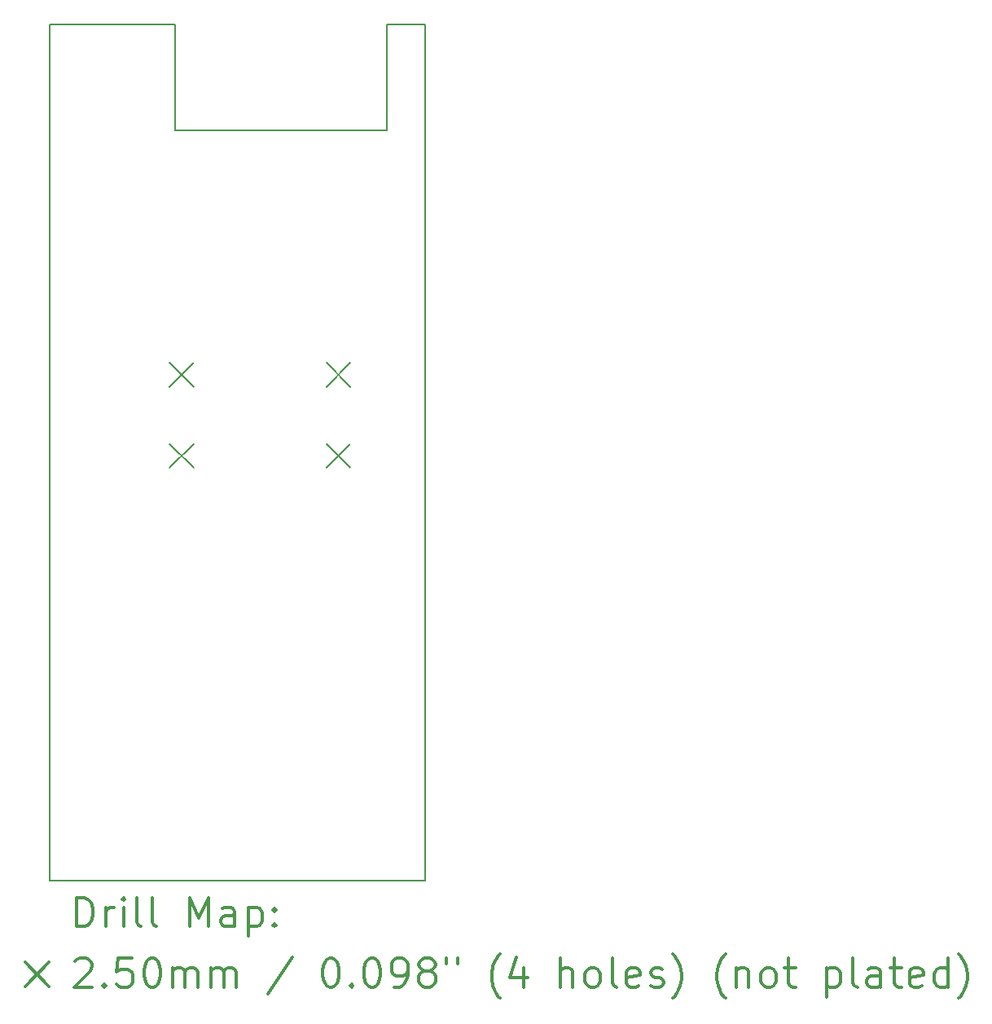
<source format=gbr>
%FSLAX45Y45*%
G04 Gerber Fmt 4.5, Leading zero omitted, Abs format (unit mm)*
G04 Created by KiCad (PCBNEW (2016-08-20 BZR 7083)-product) date Wed Apr 22 08:43:59 2020*
%MOMM*%
%LPD*%
G01*
G04 APERTURE LIST*
%ADD10C,0.127000*%
%ADD11C,0.150000*%
%ADD12C,0.200000*%
%ADD13C,0.300000*%
G04 APERTURE END LIST*
D10*
D11*
X3500000Y8900000D02*
X3900000Y8900000D01*
X1300000Y8900000D02*
X0Y8900000D01*
X1300000Y8900000D02*
X1300000Y7800000D01*
X3500000Y7800000D02*
X3500000Y8900000D01*
X1300000Y7800000D02*
X3500000Y7800000D01*
X0Y8900000D02*
X0Y0D01*
X3900000Y0D02*
X3900000Y8900000D01*
X0Y0D02*
X3900000Y0D01*
D12*
X1245000Y5385000D02*
X1495000Y5135000D01*
X1495000Y5385000D02*
X1245000Y5135000D01*
X1245000Y4545000D02*
X1495000Y4295000D01*
X1495000Y4545000D02*
X1245000Y4295000D01*
X2875000Y5385000D02*
X3125000Y5135000D01*
X3125000Y5385000D02*
X2875000Y5135000D01*
X2875000Y4545000D02*
X3125000Y4295000D01*
X3125000Y4545000D02*
X2875000Y4295000D01*
D13*
X278928Y-473214D02*
X278928Y-173214D01*
X350357Y-173214D01*
X393214Y-187500D01*
X421786Y-216071D01*
X436071Y-244643D01*
X450357Y-301786D01*
X450357Y-344643D01*
X436071Y-401786D01*
X421786Y-430357D01*
X393214Y-458929D01*
X350357Y-473214D01*
X278928Y-473214D01*
X578928Y-473214D02*
X578928Y-273214D01*
X578928Y-330357D02*
X593214Y-301786D01*
X607500Y-287500D01*
X636071Y-273214D01*
X664643Y-273214D01*
X764643Y-473214D02*
X764643Y-273214D01*
X764643Y-173214D02*
X750357Y-187500D01*
X764643Y-201786D01*
X778928Y-187500D01*
X764643Y-173214D01*
X764643Y-201786D01*
X950357Y-473214D02*
X921786Y-458929D01*
X907500Y-430357D01*
X907500Y-173214D01*
X1107500Y-473214D02*
X1078928Y-458929D01*
X1064643Y-430357D01*
X1064643Y-173214D01*
X1450357Y-473214D02*
X1450357Y-173214D01*
X1550357Y-387500D01*
X1650357Y-173214D01*
X1650357Y-473214D01*
X1921786Y-473214D02*
X1921786Y-316072D01*
X1907500Y-287500D01*
X1878928Y-273214D01*
X1821786Y-273214D01*
X1793214Y-287500D01*
X1921786Y-458929D02*
X1893214Y-473214D01*
X1821786Y-473214D01*
X1793214Y-458929D01*
X1778928Y-430357D01*
X1778928Y-401786D01*
X1793214Y-373214D01*
X1821786Y-358929D01*
X1893214Y-358929D01*
X1921786Y-344643D01*
X2064643Y-273214D02*
X2064643Y-573214D01*
X2064643Y-287500D02*
X2093214Y-273214D01*
X2150357Y-273214D01*
X2178928Y-287500D01*
X2193214Y-301786D01*
X2207500Y-330357D01*
X2207500Y-416071D01*
X2193214Y-444643D01*
X2178928Y-458929D01*
X2150357Y-473214D01*
X2093214Y-473214D01*
X2064643Y-458929D01*
X2336071Y-444643D02*
X2350357Y-458929D01*
X2336071Y-473214D01*
X2321786Y-458929D01*
X2336071Y-444643D01*
X2336071Y-473214D01*
X2336071Y-287500D02*
X2350357Y-301786D01*
X2336071Y-316072D01*
X2321786Y-301786D01*
X2336071Y-287500D01*
X2336071Y-316072D01*
X-257500Y-842500D02*
X-7500Y-1092500D01*
X-7500Y-842500D02*
X-257500Y-1092500D01*
X264643Y-831786D02*
X278928Y-817500D01*
X307500Y-803214D01*
X378928Y-803214D01*
X407500Y-817500D01*
X421786Y-831786D01*
X436071Y-860357D01*
X436071Y-888929D01*
X421786Y-931786D01*
X250357Y-1103214D01*
X436071Y-1103214D01*
X564643Y-1074643D02*
X578928Y-1088929D01*
X564643Y-1103214D01*
X550357Y-1088929D01*
X564643Y-1074643D01*
X564643Y-1103214D01*
X850357Y-803214D02*
X707500Y-803214D01*
X693214Y-946071D01*
X707500Y-931786D01*
X736071Y-917500D01*
X807500Y-917500D01*
X836071Y-931786D01*
X850357Y-946071D01*
X864643Y-974643D01*
X864643Y-1046071D01*
X850357Y-1074643D01*
X836071Y-1088929D01*
X807500Y-1103214D01*
X736071Y-1103214D01*
X707500Y-1088929D01*
X693214Y-1074643D01*
X1050357Y-803214D02*
X1078928Y-803214D01*
X1107500Y-817500D01*
X1121786Y-831786D01*
X1136071Y-860357D01*
X1150357Y-917500D01*
X1150357Y-988929D01*
X1136071Y-1046071D01*
X1121786Y-1074643D01*
X1107500Y-1088929D01*
X1078928Y-1103214D01*
X1050357Y-1103214D01*
X1021786Y-1088929D01*
X1007500Y-1074643D01*
X993214Y-1046071D01*
X978928Y-988929D01*
X978928Y-917500D01*
X993214Y-860357D01*
X1007500Y-831786D01*
X1021786Y-817500D01*
X1050357Y-803214D01*
X1278928Y-1103214D02*
X1278928Y-903214D01*
X1278928Y-931786D02*
X1293214Y-917500D01*
X1321786Y-903214D01*
X1364643Y-903214D01*
X1393214Y-917500D01*
X1407500Y-946071D01*
X1407500Y-1103214D01*
X1407500Y-946071D02*
X1421786Y-917500D01*
X1450357Y-903214D01*
X1493214Y-903214D01*
X1521786Y-917500D01*
X1536071Y-946071D01*
X1536071Y-1103214D01*
X1678928Y-1103214D02*
X1678928Y-903214D01*
X1678928Y-931786D02*
X1693214Y-917500D01*
X1721786Y-903214D01*
X1764643Y-903214D01*
X1793214Y-917500D01*
X1807500Y-946071D01*
X1807500Y-1103214D01*
X1807500Y-946071D02*
X1821786Y-917500D01*
X1850357Y-903214D01*
X1893214Y-903214D01*
X1921786Y-917500D01*
X1936071Y-946071D01*
X1936071Y-1103214D01*
X2521786Y-788929D02*
X2264643Y-1174643D01*
X2907500Y-803214D02*
X2936071Y-803214D01*
X2964643Y-817500D01*
X2978928Y-831786D01*
X2993214Y-860357D01*
X3007500Y-917500D01*
X3007500Y-988929D01*
X2993214Y-1046071D01*
X2978928Y-1074643D01*
X2964643Y-1088929D01*
X2936071Y-1103214D01*
X2907500Y-1103214D01*
X2878928Y-1088929D01*
X2864643Y-1074643D01*
X2850357Y-1046071D01*
X2836071Y-988929D01*
X2836071Y-917500D01*
X2850357Y-860357D01*
X2864643Y-831786D01*
X2878928Y-817500D01*
X2907500Y-803214D01*
X3136071Y-1074643D02*
X3150357Y-1088929D01*
X3136071Y-1103214D01*
X3121786Y-1088929D01*
X3136071Y-1074643D01*
X3136071Y-1103214D01*
X3336071Y-803214D02*
X3364643Y-803214D01*
X3393214Y-817500D01*
X3407500Y-831786D01*
X3421786Y-860357D01*
X3436071Y-917500D01*
X3436071Y-988929D01*
X3421786Y-1046071D01*
X3407500Y-1074643D01*
X3393214Y-1088929D01*
X3364643Y-1103214D01*
X3336071Y-1103214D01*
X3307500Y-1088929D01*
X3293214Y-1074643D01*
X3278928Y-1046071D01*
X3264643Y-988929D01*
X3264643Y-917500D01*
X3278928Y-860357D01*
X3293214Y-831786D01*
X3307500Y-817500D01*
X3336071Y-803214D01*
X3578928Y-1103214D02*
X3636071Y-1103214D01*
X3664643Y-1088929D01*
X3678928Y-1074643D01*
X3707500Y-1031786D01*
X3721786Y-974643D01*
X3721786Y-860357D01*
X3707500Y-831786D01*
X3693214Y-817500D01*
X3664643Y-803214D01*
X3607500Y-803214D01*
X3578928Y-817500D01*
X3564643Y-831786D01*
X3550357Y-860357D01*
X3550357Y-931786D01*
X3564643Y-960357D01*
X3578928Y-974643D01*
X3607500Y-988929D01*
X3664643Y-988929D01*
X3693214Y-974643D01*
X3707500Y-960357D01*
X3721786Y-931786D01*
X3893214Y-931786D02*
X3864643Y-917500D01*
X3850357Y-903214D01*
X3836071Y-874643D01*
X3836071Y-860357D01*
X3850357Y-831786D01*
X3864643Y-817500D01*
X3893214Y-803214D01*
X3950357Y-803214D01*
X3978928Y-817500D01*
X3993214Y-831786D01*
X4007500Y-860357D01*
X4007500Y-874643D01*
X3993214Y-903214D01*
X3978928Y-917500D01*
X3950357Y-931786D01*
X3893214Y-931786D01*
X3864643Y-946071D01*
X3850357Y-960357D01*
X3836071Y-988929D01*
X3836071Y-1046071D01*
X3850357Y-1074643D01*
X3864643Y-1088929D01*
X3893214Y-1103214D01*
X3950357Y-1103214D01*
X3978928Y-1088929D01*
X3993214Y-1074643D01*
X4007500Y-1046071D01*
X4007500Y-988929D01*
X3993214Y-960357D01*
X3978928Y-946071D01*
X3950357Y-931786D01*
X4121786Y-803214D02*
X4121786Y-860357D01*
X4236071Y-803214D02*
X4236071Y-860357D01*
X4678928Y-1217500D02*
X4664643Y-1203214D01*
X4636071Y-1160357D01*
X4621786Y-1131786D01*
X4607500Y-1088929D01*
X4593214Y-1017500D01*
X4593214Y-960357D01*
X4607500Y-888929D01*
X4621786Y-846071D01*
X4636071Y-817500D01*
X4664643Y-774643D01*
X4678928Y-760357D01*
X4921786Y-903214D02*
X4921786Y-1103214D01*
X4850357Y-788929D02*
X4778928Y-1003214D01*
X4964643Y-1003214D01*
X5307500Y-1103214D02*
X5307500Y-803214D01*
X5436071Y-1103214D02*
X5436071Y-946071D01*
X5421786Y-917500D01*
X5393214Y-903214D01*
X5350357Y-903214D01*
X5321786Y-917500D01*
X5307500Y-931786D01*
X5621786Y-1103214D02*
X5593214Y-1088929D01*
X5578928Y-1074643D01*
X5564643Y-1046071D01*
X5564643Y-960357D01*
X5578928Y-931786D01*
X5593214Y-917500D01*
X5621786Y-903214D01*
X5664643Y-903214D01*
X5693214Y-917500D01*
X5707500Y-931786D01*
X5721786Y-960357D01*
X5721786Y-1046071D01*
X5707500Y-1074643D01*
X5693214Y-1088929D01*
X5664643Y-1103214D01*
X5621786Y-1103214D01*
X5893214Y-1103214D02*
X5864643Y-1088929D01*
X5850357Y-1060357D01*
X5850357Y-803214D01*
X6121786Y-1088929D02*
X6093214Y-1103214D01*
X6036071Y-1103214D01*
X6007500Y-1088929D01*
X5993214Y-1060357D01*
X5993214Y-946071D01*
X6007500Y-917500D01*
X6036071Y-903214D01*
X6093214Y-903214D01*
X6121786Y-917500D01*
X6136071Y-946071D01*
X6136071Y-974643D01*
X5993214Y-1003214D01*
X6250357Y-1088929D02*
X6278928Y-1103214D01*
X6336071Y-1103214D01*
X6364643Y-1088929D01*
X6378928Y-1060357D01*
X6378928Y-1046071D01*
X6364643Y-1017500D01*
X6336071Y-1003214D01*
X6293214Y-1003214D01*
X6264643Y-988929D01*
X6250357Y-960357D01*
X6250357Y-946071D01*
X6264643Y-917500D01*
X6293214Y-903214D01*
X6336071Y-903214D01*
X6364643Y-917500D01*
X6478928Y-1217500D02*
X6493214Y-1203214D01*
X6521786Y-1160357D01*
X6536071Y-1131786D01*
X6550357Y-1088929D01*
X6564643Y-1017500D01*
X6564643Y-960357D01*
X6550357Y-888929D01*
X6536071Y-846071D01*
X6521786Y-817500D01*
X6493214Y-774643D01*
X6478928Y-760357D01*
X7021786Y-1217500D02*
X7007500Y-1203214D01*
X6978928Y-1160357D01*
X6964643Y-1131786D01*
X6950357Y-1088929D01*
X6936071Y-1017500D01*
X6936071Y-960357D01*
X6950357Y-888929D01*
X6964643Y-846071D01*
X6978928Y-817500D01*
X7007500Y-774643D01*
X7021786Y-760357D01*
X7136071Y-903214D02*
X7136071Y-1103214D01*
X7136071Y-931786D02*
X7150357Y-917500D01*
X7178928Y-903214D01*
X7221786Y-903214D01*
X7250357Y-917500D01*
X7264643Y-946071D01*
X7264643Y-1103214D01*
X7450357Y-1103214D02*
X7421786Y-1088929D01*
X7407500Y-1074643D01*
X7393214Y-1046071D01*
X7393214Y-960357D01*
X7407500Y-931786D01*
X7421786Y-917500D01*
X7450357Y-903214D01*
X7493214Y-903214D01*
X7521786Y-917500D01*
X7536071Y-931786D01*
X7550357Y-960357D01*
X7550357Y-1046071D01*
X7536071Y-1074643D01*
X7521786Y-1088929D01*
X7493214Y-1103214D01*
X7450357Y-1103214D01*
X7636071Y-903214D02*
X7750357Y-903214D01*
X7678928Y-803214D02*
X7678928Y-1060357D01*
X7693214Y-1088929D01*
X7721786Y-1103214D01*
X7750357Y-1103214D01*
X8078928Y-903214D02*
X8078928Y-1203214D01*
X8078928Y-917500D02*
X8107500Y-903214D01*
X8164643Y-903214D01*
X8193214Y-917500D01*
X8207500Y-931786D01*
X8221786Y-960357D01*
X8221786Y-1046071D01*
X8207500Y-1074643D01*
X8193214Y-1088929D01*
X8164643Y-1103214D01*
X8107500Y-1103214D01*
X8078928Y-1088929D01*
X8393214Y-1103214D02*
X8364643Y-1088929D01*
X8350357Y-1060357D01*
X8350357Y-803214D01*
X8636071Y-1103214D02*
X8636071Y-946071D01*
X8621786Y-917500D01*
X8593214Y-903214D01*
X8536071Y-903214D01*
X8507500Y-917500D01*
X8636071Y-1088929D02*
X8607500Y-1103214D01*
X8536071Y-1103214D01*
X8507500Y-1088929D01*
X8493214Y-1060357D01*
X8493214Y-1031786D01*
X8507500Y-1003214D01*
X8536071Y-988929D01*
X8607500Y-988929D01*
X8636071Y-974643D01*
X8736071Y-903214D02*
X8850357Y-903214D01*
X8778928Y-803214D02*
X8778928Y-1060357D01*
X8793214Y-1088929D01*
X8821786Y-1103214D01*
X8850357Y-1103214D01*
X9064643Y-1088929D02*
X9036071Y-1103214D01*
X8978928Y-1103214D01*
X8950357Y-1088929D01*
X8936071Y-1060357D01*
X8936071Y-946071D01*
X8950357Y-917500D01*
X8978928Y-903214D01*
X9036071Y-903214D01*
X9064643Y-917500D01*
X9078928Y-946071D01*
X9078928Y-974643D01*
X8936071Y-1003214D01*
X9336071Y-1103214D02*
X9336071Y-803214D01*
X9336071Y-1088929D02*
X9307500Y-1103214D01*
X9250357Y-1103214D01*
X9221786Y-1088929D01*
X9207500Y-1074643D01*
X9193214Y-1046071D01*
X9193214Y-960357D01*
X9207500Y-931786D01*
X9221786Y-917500D01*
X9250357Y-903214D01*
X9307500Y-903214D01*
X9336071Y-917500D01*
X9450357Y-1217500D02*
X9464643Y-1203214D01*
X9493214Y-1160357D01*
X9507500Y-1131786D01*
X9521786Y-1088929D01*
X9536071Y-1017500D01*
X9536071Y-960357D01*
X9521786Y-888929D01*
X9507500Y-846071D01*
X9493214Y-817500D01*
X9464643Y-774643D01*
X9450357Y-760357D01*
M02*

</source>
